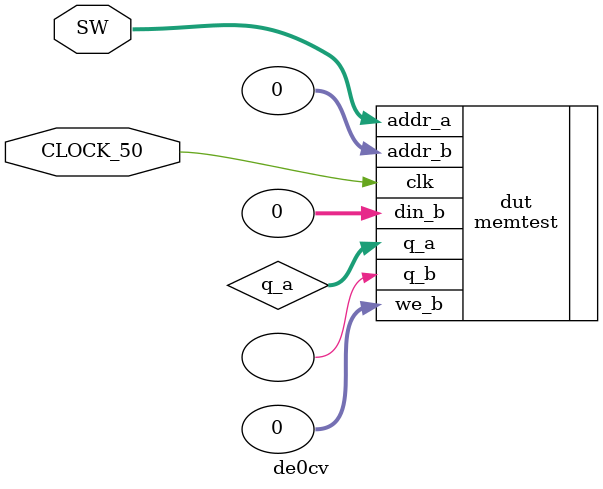
<source format=v>
`default_nettype none

module de0cv(
	     input wire CLOCK_50,
	     input wire [9:0] SW
	     );

    (* keep *) wire [31:0] q_a;

    memtest dut(
		.clk(CLOCK_50),
		.addr_a(SW),
		.q_a(q_a),
		.we_b(0),
		.addr_b(0),
		.q_b(),
		.din_b(0)
	       );

endmodule // de0cv

`default_nettype wire

</source>
